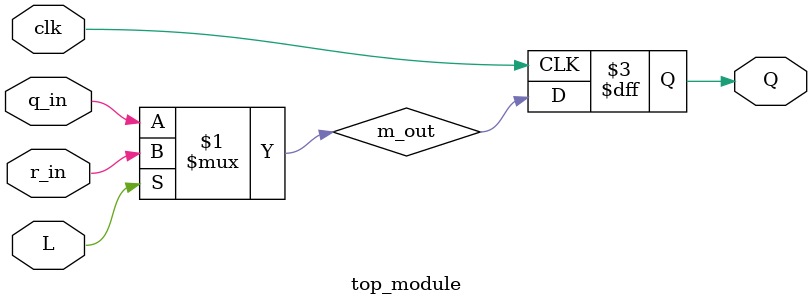
<source format=v>
module top_module (
	input clk,
	input L,
	input r_in,
	input q_in,
	output reg Q);
    wire m_out;
    assign m_out=L?r_in:q_in;
    always @(posedge clk)begin
        Q<=m_out;
    end

endmodule
</source>
